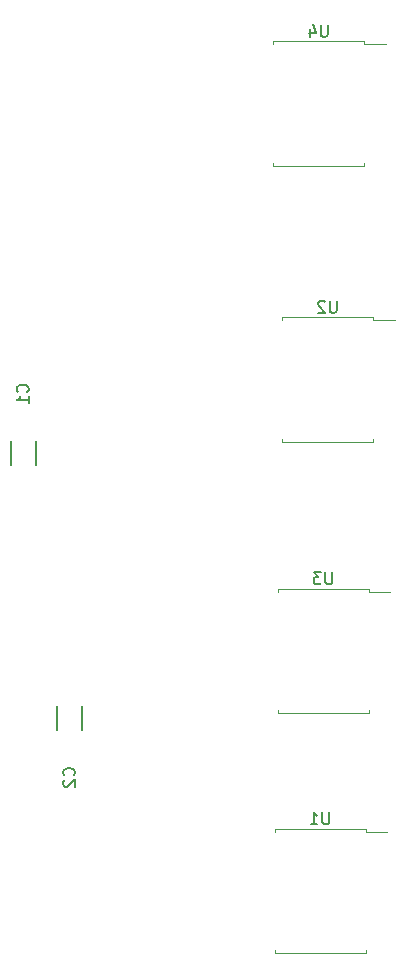
<source format=gbr>
%TF.GenerationSoftware,KiCad,Pcbnew,(6.0.4)*%
%TF.CreationDate,2023-07-24T13:01:57-04:00*%
%TF.ProjectId,BREAD_Slice,42524541-445f-4536-9c69-63652e6b6963,rev?*%
%TF.SameCoordinates,Original*%
%TF.FileFunction,Legend,Bot*%
%TF.FilePolarity,Positive*%
%FSLAX46Y46*%
G04 Gerber Fmt 4.6, Leading zero omitted, Abs format (unit mm)*
G04 Created by KiCad (PCBNEW (6.0.4)) date 2023-07-24 13:01:57*
%MOMM*%
%LPD*%
G01*
G04 APERTURE LIST*
%ADD10C,0.150000*%
%ADD11C,0.120000*%
G04 APERTURE END LIST*
D10*
%TO.C,C2*%
X154580142Y-115677333D02*
X154627761Y-115629714D01*
X154675380Y-115486857D01*
X154675380Y-115391619D01*
X154627761Y-115248761D01*
X154532523Y-115153523D01*
X154437285Y-115105904D01*
X154246809Y-115058285D01*
X154103952Y-115058285D01*
X153913476Y-115105904D01*
X153818238Y-115153523D01*
X153723000Y-115248761D01*
X153675380Y-115391619D01*
X153675380Y-115486857D01*
X153723000Y-115629714D01*
X153770619Y-115677333D01*
X153770619Y-116058285D02*
X153723000Y-116105904D01*
X153675380Y-116201142D01*
X153675380Y-116439238D01*
X153723000Y-116534476D01*
X153770619Y-116582095D01*
X153865857Y-116629714D01*
X153961095Y-116629714D01*
X154103952Y-116582095D01*
X154675380Y-116010666D01*
X154675380Y-116629714D01*
%TO.C,C1*%
X150643142Y-83198333D02*
X150690761Y-83150714D01*
X150738380Y-83007857D01*
X150738380Y-82912619D01*
X150690761Y-82769761D01*
X150595523Y-82674523D01*
X150500285Y-82626904D01*
X150309809Y-82579285D01*
X150166952Y-82579285D01*
X149976476Y-82626904D01*
X149881238Y-82674523D01*
X149786000Y-82769761D01*
X149738380Y-82912619D01*
X149738380Y-83007857D01*
X149786000Y-83150714D01*
X149833619Y-83198333D01*
X150738380Y-84150714D02*
X150738380Y-83579285D01*
X150738380Y-83865000D02*
X149738380Y-83865000D01*
X149881238Y-83769761D01*
X149976476Y-83674523D01*
X150024095Y-83579285D01*
%TO.C,U1*%
X176193904Y-118801380D02*
X176193904Y-119610904D01*
X176146285Y-119706142D01*
X176098666Y-119753761D01*
X176003428Y-119801380D01*
X175812952Y-119801380D01*
X175717714Y-119753761D01*
X175670095Y-119706142D01*
X175622476Y-119610904D01*
X175622476Y-118801380D01*
X174622476Y-119801380D02*
X175193904Y-119801380D01*
X174908190Y-119801380D02*
X174908190Y-118801380D01*
X175003428Y-118944238D01*
X175098666Y-119039476D01*
X175193904Y-119087095D01*
%TO.C,U4*%
X176066904Y-52126380D02*
X176066904Y-52935904D01*
X176019285Y-53031142D01*
X175971666Y-53078761D01*
X175876428Y-53126380D01*
X175685952Y-53126380D01*
X175590714Y-53078761D01*
X175543095Y-53031142D01*
X175495476Y-52935904D01*
X175495476Y-52126380D01*
X174590714Y-52459714D02*
X174590714Y-53126380D01*
X174828809Y-52078761D02*
X175066904Y-52793047D01*
X174447857Y-52793047D01*
%TO.C,U2*%
X176828904Y-75494380D02*
X176828904Y-76303904D01*
X176781285Y-76399142D01*
X176733666Y-76446761D01*
X176638428Y-76494380D01*
X176447952Y-76494380D01*
X176352714Y-76446761D01*
X176305095Y-76399142D01*
X176257476Y-76303904D01*
X176257476Y-75494380D01*
X175828904Y-75589619D02*
X175781285Y-75542000D01*
X175686047Y-75494380D01*
X175447952Y-75494380D01*
X175352714Y-75542000D01*
X175305095Y-75589619D01*
X175257476Y-75684857D01*
X175257476Y-75780095D01*
X175305095Y-75922952D01*
X175876523Y-76494380D01*
X175257476Y-76494380D01*
%TO.C,U3*%
X176447904Y-98481380D02*
X176447904Y-99290904D01*
X176400285Y-99386142D01*
X176352666Y-99433761D01*
X176257428Y-99481380D01*
X176066952Y-99481380D01*
X175971714Y-99433761D01*
X175924095Y-99386142D01*
X175876476Y-99290904D01*
X175876476Y-98481380D01*
X175495523Y-98481380D02*
X174876476Y-98481380D01*
X175209809Y-98862333D01*
X175066952Y-98862333D01*
X174971714Y-98909952D01*
X174924095Y-98957571D01*
X174876476Y-99052809D01*
X174876476Y-99290904D01*
X174924095Y-99386142D01*
X174971714Y-99433761D01*
X175066952Y-99481380D01*
X175352666Y-99481380D01*
X175447904Y-99433761D01*
X175495523Y-99386142D01*
%TO.C,C2*%
X155293000Y-111814000D02*
X155293000Y-109804000D01*
X153153000Y-111844000D02*
X153153000Y-109834000D01*
%TO.C,C1*%
X149216000Y-87395000D02*
X149216000Y-89405000D01*
X151356000Y-87365000D02*
X151356000Y-89375000D01*
D11*
%TO.C,U1*%
X175432000Y-120189000D02*
X171572000Y-120189000D01*
X171572000Y-130709000D02*
X171572000Y-130454000D01*
X175432000Y-130709000D02*
X171572000Y-130709000D01*
X179292000Y-130709000D02*
X179292000Y-130454000D01*
X179292000Y-120444000D02*
X181107000Y-120444000D01*
X171572000Y-120189000D02*
X171572000Y-120444000D01*
X179292000Y-120189000D02*
X179292000Y-120444000D01*
X175432000Y-120189000D02*
X179292000Y-120189000D01*
X175432000Y-130709000D02*
X179292000Y-130709000D01*
%TO.C,U4*%
X175305000Y-53514000D02*
X179165000Y-53514000D01*
X179165000Y-53769000D02*
X180980000Y-53769000D01*
X171445000Y-53514000D02*
X171445000Y-53769000D01*
X179165000Y-64034000D02*
X179165000Y-63779000D01*
X179165000Y-53514000D02*
X179165000Y-53769000D01*
X175305000Y-64034000D02*
X179165000Y-64034000D01*
X171445000Y-64034000D02*
X171445000Y-63779000D01*
X175305000Y-53514000D02*
X171445000Y-53514000D01*
X175305000Y-64034000D02*
X171445000Y-64034000D01*
%TO.C,U2*%
X179927000Y-76882000D02*
X179927000Y-77137000D01*
X172207000Y-87402000D02*
X172207000Y-87147000D01*
X176067000Y-76882000D02*
X172207000Y-76882000D01*
X176067000Y-87402000D02*
X172207000Y-87402000D01*
X176067000Y-87402000D02*
X179927000Y-87402000D01*
X179927000Y-87402000D02*
X179927000Y-87147000D01*
X179927000Y-77137000D02*
X181742000Y-77137000D01*
X176067000Y-76882000D02*
X179927000Y-76882000D01*
X172207000Y-76882000D02*
X172207000Y-77137000D01*
%TO.C,U3*%
X175686000Y-99869000D02*
X171826000Y-99869000D01*
X175686000Y-110389000D02*
X179546000Y-110389000D01*
X179546000Y-110389000D02*
X179546000Y-110134000D01*
X171826000Y-99869000D02*
X171826000Y-100124000D01*
X175686000Y-110389000D02*
X171826000Y-110389000D01*
X175686000Y-99869000D02*
X179546000Y-99869000D01*
X179546000Y-99869000D02*
X179546000Y-100124000D01*
X179546000Y-100124000D02*
X181361000Y-100124000D01*
X171826000Y-110389000D02*
X171826000Y-110134000D01*
%TD*%
M02*

</source>
